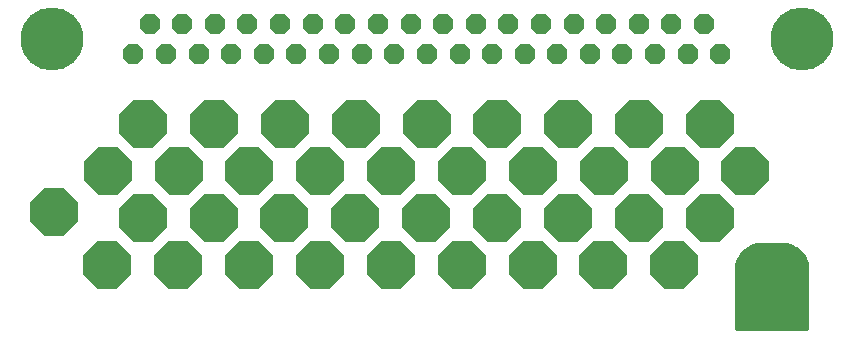
<source format=gbs>
G75*
%MOIN*%
%OFA0B0*%
%FSLAX25Y25*%
%IPPOS*%
%LPD*%
%AMOC8*
5,1,8,0,0,1.08239X$1,22.5*
%
%ADD10C,0.01600*%
%ADD11OC8,0.06984*%
%ADD12C,0.20984*%
%ADD13OC8,0.15984*%
D10*
X0397733Y0005941D02*
X0420233Y0005941D01*
X0420233Y0025567D01*
X0420136Y0026799D01*
X0419848Y0028000D01*
X0419375Y0029142D01*
X0418729Y0030195D01*
X0417927Y0031135D01*
X0416987Y0031937D01*
X0415934Y0032583D01*
X0414792Y0033056D01*
X0413591Y0033344D01*
X0412359Y0033441D01*
X0405607Y0033441D01*
X0404375Y0033344D01*
X0403174Y0033056D01*
X0402032Y0032583D01*
X0400979Y0031937D01*
X0400039Y0031135D01*
X0399237Y0030195D01*
X0398591Y0029142D01*
X0398118Y0028000D01*
X0397830Y0026799D01*
X0397733Y0025567D01*
X0397733Y0005941D01*
X0398264Y0005941D02*
X0420764Y0005941D01*
X0420764Y0025567D01*
X0420667Y0026799D01*
X0420379Y0028000D01*
X0419906Y0029142D01*
X0419261Y0030195D01*
X0418458Y0031135D01*
X0417519Y0031937D01*
X0416465Y0032583D01*
X0415324Y0033056D01*
X0414122Y0033344D01*
X0412890Y0033441D01*
X0406138Y0033441D01*
X0404907Y0033344D01*
X0403705Y0033056D01*
X0402564Y0032583D01*
X0401510Y0031937D01*
X0400571Y0031135D01*
X0399768Y0030195D01*
X0399123Y0029142D01*
X0398650Y0028000D01*
X0398361Y0026799D01*
X0398264Y0025567D01*
X0398264Y0005941D01*
X0398264Y0006529D02*
X0420764Y0006529D01*
X0420233Y0006529D02*
X0397733Y0006529D01*
X0397733Y0008128D02*
X0420233Y0008128D01*
X0420764Y0008128D02*
X0398264Y0008128D01*
X0398264Y0009726D02*
X0420764Y0009726D01*
X0420233Y0009726D02*
X0397733Y0009726D01*
X0397733Y0011325D02*
X0420233Y0011325D01*
X0420764Y0011325D02*
X0398264Y0011325D01*
X0398264Y0012923D02*
X0420764Y0012923D01*
X0420233Y0012923D02*
X0397733Y0012923D01*
X0397733Y0014522D02*
X0420233Y0014522D01*
X0420764Y0014522D02*
X0398264Y0014522D01*
X0398264Y0016120D02*
X0420764Y0016120D01*
X0420233Y0016120D02*
X0397733Y0016120D01*
X0397733Y0017719D02*
X0420233Y0017719D01*
X0420764Y0017719D02*
X0398264Y0017719D01*
X0398264Y0019317D02*
X0420764Y0019317D01*
X0420233Y0019317D02*
X0397733Y0019317D01*
X0397733Y0020916D02*
X0420233Y0020916D01*
X0420764Y0020916D02*
X0398264Y0020916D01*
X0398264Y0022514D02*
X0420764Y0022514D01*
X0420233Y0022514D02*
X0397733Y0022514D01*
X0397733Y0024113D02*
X0420233Y0024113D01*
X0420764Y0024113D02*
X0398264Y0024113D01*
X0398276Y0025711D02*
X0420753Y0025711D01*
X0420222Y0025711D02*
X0397744Y0025711D01*
X0397953Y0027310D02*
X0420013Y0027310D01*
X0420545Y0027310D02*
X0398484Y0027310D01*
X0398495Y0028908D02*
X0419471Y0028908D01*
X0420003Y0028908D02*
X0399026Y0028908D01*
X0399503Y0030507D02*
X0418463Y0030507D01*
X0418994Y0030507D02*
X0400034Y0030507D01*
X0401253Y0032105D02*
X0416713Y0032105D01*
X0417244Y0032105D02*
X0401785Y0032105D01*
D11*
X0392088Y0097161D03*
X0381288Y0097161D03*
X0370388Y0097161D03*
X0359488Y0097161D03*
X0348688Y0097161D03*
X0337788Y0097161D03*
X0326888Y0097161D03*
X0315988Y0097161D03*
X0305188Y0097161D03*
X0294288Y0097161D03*
X0283388Y0097161D03*
X0272588Y0097161D03*
X0261688Y0097161D03*
X0250788Y0097161D03*
X0239988Y0097161D03*
X0229088Y0097161D03*
X0218188Y0097161D03*
X0207388Y0097161D03*
X0196488Y0097161D03*
X0201888Y0107161D03*
X0212788Y0107161D03*
X0223688Y0107161D03*
X0234488Y0107161D03*
X0245388Y0107161D03*
X0256288Y0107161D03*
X0267088Y0107161D03*
X0277988Y0107161D03*
X0288888Y0107161D03*
X0299688Y0107161D03*
X0310588Y0107161D03*
X0321488Y0107161D03*
X0332388Y0107161D03*
X0343188Y0107161D03*
X0354088Y0107161D03*
X0364988Y0107161D03*
X0375788Y0107161D03*
X0386688Y0107161D03*
D12*
X0419288Y0102161D03*
X0169288Y0102161D03*
D13*
X0170075Y0044563D03*
X0199603Y0042594D03*
X0223225Y0042594D03*
X0246847Y0042594D03*
X0270469Y0042594D03*
X0294091Y0042594D03*
X0317713Y0042594D03*
X0341335Y0042594D03*
X0364957Y0042594D03*
X0388579Y0042594D03*
X0376768Y0026846D03*
X0353146Y0026846D03*
X0329524Y0026846D03*
X0305902Y0026846D03*
X0282280Y0026846D03*
X0258658Y0026846D03*
X0235036Y0026846D03*
X0211414Y0026846D03*
X0187792Y0026846D03*
X0187910Y0058185D03*
X0211532Y0058185D03*
X0235154Y0058185D03*
X0258776Y0058185D03*
X0282398Y0058185D03*
X0306020Y0058185D03*
X0329642Y0058185D03*
X0353264Y0058185D03*
X0376886Y0058185D03*
X0400509Y0058185D03*
X0388698Y0073933D03*
X0365075Y0073933D03*
X0341453Y0073933D03*
X0317831Y0073933D03*
X0294209Y0073933D03*
X0270587Y0073933D03*
X0246965Y0073933D03*
X0223343Y0073933D03*
X0199721Y0073933D03*
M02*

</source>
